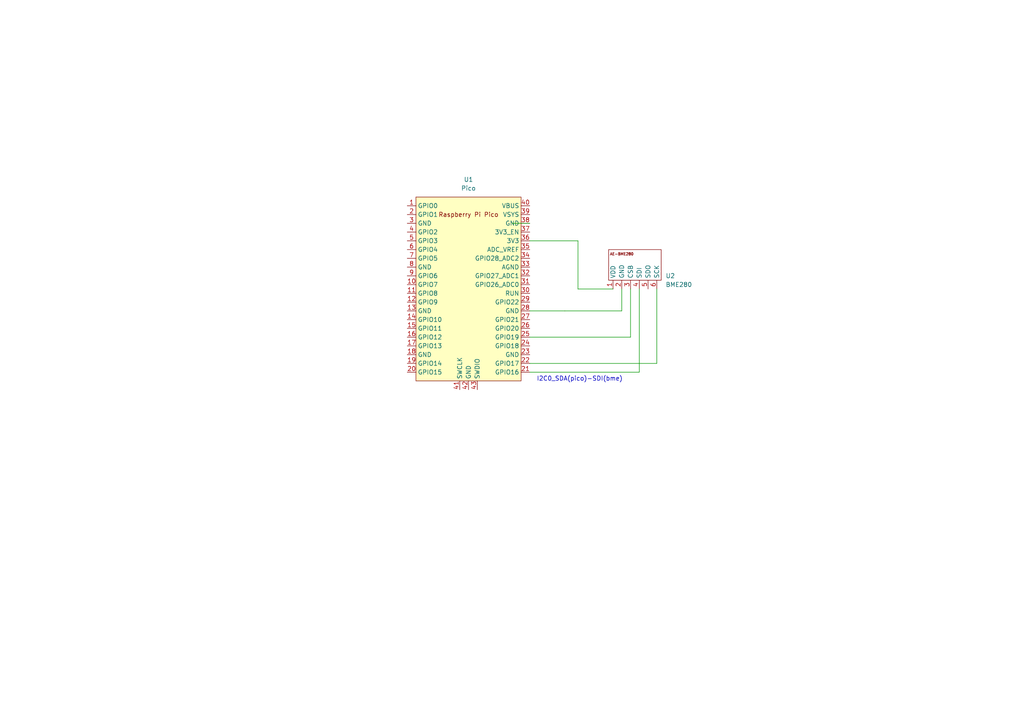
<source format=kicad_sch>
(kicad_sch (version 20231120) (generator "eeschema") (generator_version "8.0")
  (paper "A4")
  (lib_symbols
    (symbol "0_kasa_lib-2024-:BME280"
      (property "Reference" "U" (at 0 6.35 0))
      (property "Value" "BME280" (at 11.684 -5.588 0))
      (symbol "BME280_0_0"
        (text "AE-BME280" (at -3.81 3.81 0) (effects (font (size 0.762 0.762))))
      )
      (symbol "BME280_0_1"
        (rectangle (start -20.32 -12.7) (end -20.32 -12.7))
        (rectangle (start -7.62 5.08) (end 7.62 -3.81))
      )
      (symbol "BME280_1_1"
        (pin passive line (at -6.35 -6.35 90) (length 2.54) (name "VDD") (number "1"))
        (pin passive line (at -3.81 -6.35 90) (length 2.54) (name "GND") (number "2"))
        (pin passive line (at -1.27 -6.35 90) (length 2.54) (name "CSB") (number "3"))
        (pin passive line (at 1.27 -6.35 90) (length 2.54) (name "SDI") (number "4"))
        (pin passive line (at 3.81 -6.35 90) (length 2.54) (name "SDO") (number "5"))
        (pin passive line (at 6.35 -6.35 90) (length 2.54) (name "SCK") (number "6"))
      )
    )
    (symbol "MCU_RaspberryPi_and_Boards:Pico"
      (property "Reference" "U" (at -13.97 27.94 0))
      (property "Value" "Pico" (at 0 19.05 0))
      (symbol "Pico_0_0"
        (text "Raspberry Pi Pico" (at 0 21.59 0) (effects (font (size 1.27 1.27))))
      )
      (symbol "Pico_0_1"
        (rectangle (start -15.24 26.67) (end 15.24 -26.67) (fill (type background)))
      )
      (symbol "Pico_1_1"
        (pin bidirectional line (at -17.78 24.13 0) (length 2.54) (name "GPIO0") (number "1"))
        (pin bidirectional line (at -17.78 1.27 0) (length 2.54) (name "GPIO7") (number "10"))
        (pin bidirectional line (at -17.78 -1.27 0) (length 2.54) (name "GPIO8") (number "11"))
        (pin bidirectional line (at -17.78 -3.81 0) (length 2.54) (name "GPIO9") (number "12"))
        (pin power_in line (at -17.78 -6.35 0) (length 2.54) (name "GND") (number "13"))
        (pin bidirectional line (at -17.78 -8.89 0) (length 2.54) (name "GPIO10") (number "14"))
        (pin bidirectional line (at -17.78 -11.43 0) (length 2.54) (name "GPIO11") (number "15"))
        (pin bidirectional line (at -17.78 -13.97 0) (length 2.54) (name "GPIO12") (number "16"))
        (pin bidirectional line (at -17.78 -16.51 0) (length 2.54) (name "GPIO13") (number "17"))
        (pin power_in line (at -17.78 -19.05 0) (length 2.54) (name "GND") (number "18"))
        (pin bidirectional line (at -17.78 -21.59 0) (length 2.54) (name "GPIO14") (number "19"))
        (pin bidirectional line (at -17.78 21.59 0) (length 2.54) (name "GPIO1") (number "2"))
        (pin bidirectional line (at -17.78 -24.13 0) (length 2.54) (name "GPIO15") (number "20"))
        (pin bidirectional line (at 17.78 -24.13 180) (length 2.54) (name "GPIO16") (number "21"))
        (pin bidirectional line (at 17.78 -21.59 180) (length 2.54) (name "GPIO17") (number "22"))
        (pin power_in line (at 17.78 -19.05 180) (length 2.54) (name "GND") (number "23"))
        (pin bidirectional line (at 17.78 -16.51 180) (length 2.54) (name "GPIO18") (number "24"))
        (pin bidirectional line (at 17.78 -13.97 180) (length 2.54) (name "GPIO19") (number "25"))
        (pin bidirectional line (at 17.78 -11.43 180) (length 2.54) (name "GPIO20") (number "26"))
        (pin bidirectional line (at 17.78 -8.89 180) (length 2.54) (name "GPIO21") (number "27"))
        (pin power_in line (at 17.78 -6.35 180) (length 2.54) (name "GND") (number "28"))
        (pin bidirectional line (at 17.78 -3.81 180) (length 2.54) (name "GPIO22") (number "29"))
        (pin power_in line (at -17.78 19.05 0) (length 2.54) (name "GND") (number "3"))
        (pin input line (at 17.78 -1.27 180) (length 2.54) (name "RUN") (number "30"))
        (pin bidirectional line (at 17.78 1.27 180) (length 2.54) (name "GPIO26_ADC0") (number "31"))
        (pin bidirectional line (at 17.78 3.81 180) (length 2.54) (name "GPIO27_ADC1") (number "32"))
        (pin power_in line (at 17.78 6.35 180) (length 2.54) (name "AGND") (number "33"))
        (pin bidirectional line (at 17.78 8.89 180) (length 2.54) (name "GPIO28_ADC2") (number "34"))
        (pin power_in line (at 17.78 11.43 180) (length 2.54) (name "ADC_VREF") (number "35"))
        (pin power_in line (at 17.78 13.97 180) (length 2.54) (name "3V3") (number "36"))
        (pin input line (at 17.78 16.51 180) (length 2.54) (name "3V3_EN") (number "37"))
        (pin bidirectional line (at 17.78 19.05 180) (length 2.54) (name "GND") (number "38"))
        (pin power_in line (at 17.78 21.59 180) (length 2.54) (name "VSYS") (number "39"))
        (pin bidirectional line (at -17.78 16.51 0) (length 2.54) (name "GPIO2") (number "4"))
        (pin power_in line (at 17.78 24.13 180) (length 2.54) (name "VBUS") (number "40"))
        (pin input line (at -2.54 -29.21 90) (length 2.54) (name "SWCLK") (number "41"))
        (pin power_in line (at 0 -29.21 90) (length 2.54) (name "GND") (number "42"))
        (pin bidirectional line (at 2.54 -29.21 90) (length 2.54) (name "SWDIO") (number "43"))
        (pin bidirectional line (at -17.78 13.97 0) (length 2.54) (name "GPIO3") (number "5"))
        (pin bidirectional line (at -17.78 11.43 0) (length 2.54) (name "GPIO4") (number "6"))
        (pin bidirectional line (at -17.78 8.89 0) (length 2.54) (name "GPIO5") (number "7"))
        (pin power_in line (at -17.78 6.35 0) (length 2.54) (name "GND") (number "8"))
        (pin bidirectional line (at -17.78 3.81 0) (length 2.54) (name "GPIO6") (number "9"))
      )
    )
  )
  (wire (pts (xy 153.67 105.41) (xy 190.5 105.41)))
  (wire (pts (xy 190.5 105.41) (xy 190.5 83.82)))
  (wire (pts (xy 177.8 83.82) (xy 167.64 83.82)))
  (wire (pts (xy 167.64 69.85) (xy 153.67 69.85)))
  (wire (pts (xy 153.67 97.79) (xy 182.88 97.79)))
  (wire (pts (xy 180.34 83.82) (xy 180.34 90.17)))
  (wire (pts (xy 153.67 107.95) (xy 185.42 107.95)))
  (wire (pts (xy 182.88 83.82) (xy 182.88 97.79)))
  (wire (pts (xy 153.67 64.77) (xy 148.59 64.77)))
  (wire (pts (xy 167.64 83.82) (xy 167.64 69.85)))
  (wire (pts (xy 185.42 107.95) (xy 185.42 83.82)))
  (wire (pts (xy 180.34 90.17) (xy 153.67 90.17)))
  (text "I2C0_SDA(pico)-SDI(bme)" (at 168.148 109.982 0) (effects (font (size 1.27 1.27))))
  (symbol (lib_id "0_kasa_lib-2024-:BME280") (at 184.15 77.47 0) (unit 1)
    (property "Reference" "U2" (at 193.04 80.0099 0) (effects (justify left)))
    (property "Value" "BME280" (at 193.04 82.5499 0) (effects (justify left)))
  )
  (symbol (lib_id "MCU_RaspberryPi_and_Boards:Pico") (at 135.89 83.82 0) (unit 1)
    (property "Reference" "U1" (at 135.89 52.07 0))
    (property "Value" "Pico" (at 135.89 54.61 0))
    (property "Footprint" "RPi_Pico:RPi_Pico_SMD_TH" (effects (hide yes)))
  )
)
</source>
